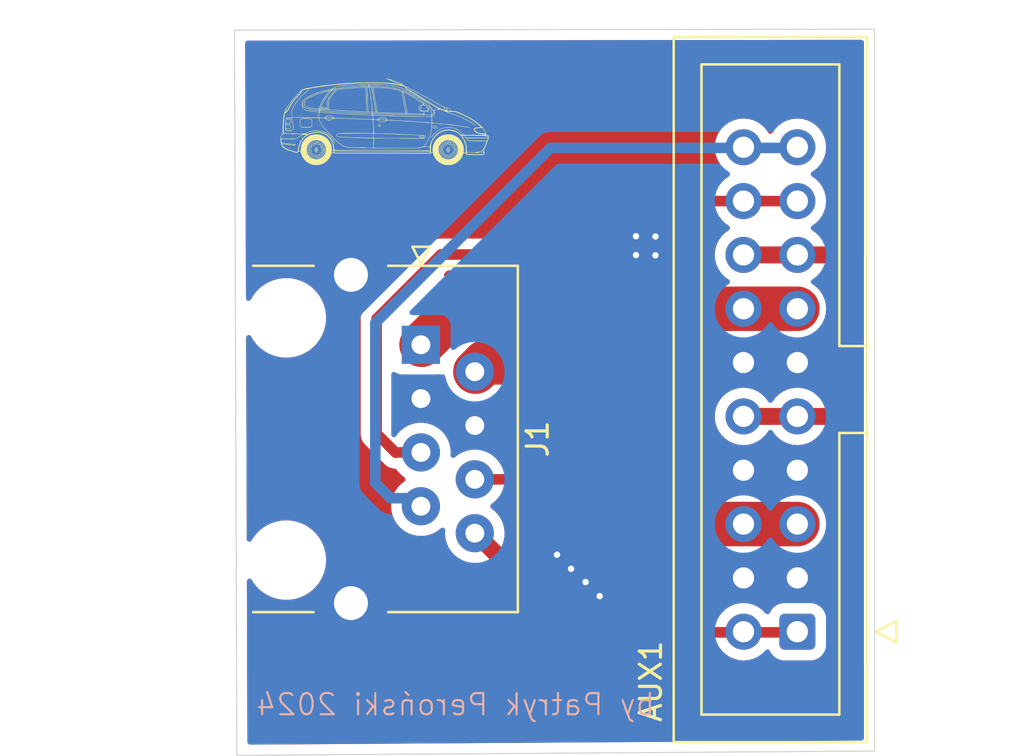
<source format=kicad_pcb>
(kicad_pcb (version 20240108) (generator "pcbnew") (generator_version "8.0")
  (layers (0 "F.Cu" signal) (31 "B.Cu" signal) (34 "B.Paste" user) (35 "F.Paste" user) (36 "B.SilkS" user "B.Silkscreen") (37 "F.SilkS" user "F.Silkscreen") (38 "B.Mask" user) (39 "F.Mask" user) (44 "Edge.Cuts" user))
  (net 0 "")
  (net 1 "GND")
  (net 2 "CAN_L")
  (net 3 "SPLIT")
  (net 4 "RST")
  (net 5 "EN")
  (net 6 "N_ERR")
  (net 7 "CAN_H")
  (footprint "Graphics:scenic" (layer "F.Cu") (at 75.49 69.88)
    (property "Reference" "G***" (hide yes))
    (property "Value" "LOGO" (hide yes))
  )
  (footprint "Connector_IDC:IDC-Header_2x10_P2.54mm_Vertical" (layer "F.Cu") (at 94.99 93.93 180)
    (property "Reference" "AUX1" (at 6.91 -2.34 90) (layer "F.SilkS"))
    (property "Value" "Conn_02x10_Counter_Clockwise")
    (pad "1" thru_hole roundrect (at 0 0 180) (size 1.7 1.7) (drill 1) (layers "*.Cu" "*.Mask") (roundrect_rratio 0.147059) (net 6 "N_ERR"))
    (pad "2" thru_hole circle (at 2.54 0 180) (size 1.7 1.7) (drill 1) (layers "*.Cu" "*.Mask") (net 6 "N_ERR"))
    (pad "3" thru_hole circle (at 0 2.54 180) (size 1.7 1.7) (drill 1) (layers "*.Cu" "*.Mask") (net 1 "GND"))
    (pad "4" thru_hole circle (at 2.54 2.54 180) (size 1.7 1.7) (drill 1) (layers "*.Cu" "*.Mask") (net 1 "GND"))
    (pad "5" thru_hole circle (at 0.000001 5.080001 180) (size 1.7 1.7) (drill 1) (layers "*.Cu" "*.Mask") (net 7 "CAN_H"))
    (pad "6" thru_hole circle (at 2.540001 5.080001 180) (size 1.7 1.7) (drill 1) (layers "*.Cu" "*.Mask") (net 7 "CAN_H"))
    (pad "7" thru_hole circle (at 0 7.62 180) (size 1.7 1.7) (drill 1) (layers "*.Cu" "*.Mask") (net 1 "GND"))
    (pad "8" thru_hole circle (at 2.540001 7.620001 180) (size 1.7 1.7) (drill 1) (layers "*.Cu" "*.Mask") (net 1 "GND"))
    (pad "9" thru_hole circle (at 0 10.16 180) (size 1.7 1.7) (drill 1) (layers "*.Cu" "*.Mask") (net 3 "SPLIT"))
    (pad "10" thru_hole circle (at 2.540001 10.160001 180) (size 1.7 1.7) (drill 1) (layers "*.Cu" "*.Mask") (net 3 "SPLIT"))
    (pad "11" thru_hole circle (at 0 12.7 180) (size 1.7 1.7) (drill 1) (layers "*.Cu" "*.Mask") (net 1 "GND"))
    (pad "12" thru_hole circle (at 2.540001 12.700002 180) (size 1.7 1.7) (drill 1) (layers "*.Cu" "*.Mask") (net 1 "GND"))
    (pad "13" thru_hole circle (at 0.000001 15.240002 180) (size 1.7 1.7) (drill 1) (layers "*.Cu" "*.Mask") (net 2 "CAN_L"))
    (pad "14" thru_hole circle (at 2.54 15.24 180) (size 1.7 1.7) (drill 1) (layers "*.Cu" "*.Mask") (net 2 "CAN_L"))
    (pad "15" thru_hole circle (at -0.000001 17.78 180) (size 1.7 1.7) (drill 1) (layers "*.Cu" "*.Mask") (net 3 "SPLIT"))
    (pad "16" thru_hole circle (at 2.540001 17.779999 180) (size 1.7 1.7) (drill 1) (layers "*.Cu" "*.Mask") (net 3 "SPLIT"))
    (pad "17" thru_hole circle (at -0.000001 20.319999 180) (size 1.7 1.7) (drill 1) (layers "*.Cu" "*.Mask") (net 5 "EN"))
    (pad "18" thru_hole circle (at 2.539998 20.320001 180) (size 1.7 1.7) (drill 1) (layers "*.Cu" "*.Mask") (net 5 "EN"))
    (pad "19" thru_hole circle (at 0 22.86 180) (size 1.7 1.7) (drill 1) (layers "*.Cu" "*.Mask") (net 4 "RST"))
    (pad "20" thru_hole circle (at 2.539998 22.86 180) (size 1.7 1.7) (drill 1) (layers "*.Cu" "*.Mask") (net 4 "RST"))
  )
  (footprint "Connector_RJ:RJ45_HALO_HFJ11-x2450HRL_Horizontal" (layer "F.Cu") (at 77.24 80.39 -90)
    (property "Reference" "J1" (at 4.445002 -5.5 90) (layer "F.SilkS"))
    (property "Value" "RJ45_Shielded")
    (pad "" np_thru_hole circle (at -1.270001 6.35 270) (size 3.25 3.25) (drill 3.25) (layers "*.Cu" "*.Mask"))
    (pad "" np_thru_hole circle (at 10.16 6.35 270) (size 3.25 3.25) (drill 3.25) (layers "*.Cu" "*.Mask"))
    (pad "1" thru_hole rect (at 0 0 270) (size 1.8 1.8) (drill 0.89) (layers "*.Cu" "*.Mask") (net 2 "CAN_L"))
    (pad "2" thru_hole circle (at 1.27 -2.54 270) (size 1.8 1.8) (drill 0.89) (layers "*.Cu" "*.Mask") (net 7 "CAN_H"))
    (pad "3" thru_hole circle (at 2.54 0 270) (size 1.8 1.8) (drill 0.89) (layers "*.Cu" "*.Mask") (net 1 "GND"))
    (pad "4" thru_hole circle (at 3.810001 -2.54 270) (size 1.8 1.8) (drill 0.89) (layers "*.Cu" "*.Mask") (net 1 "GND"))
    (pad "5" thru_hole circle (at 5.080002 -0.000001 270) (size 1.8 1.8) (drill 0.89) (layers "*.Cu" "*.Mask") (net 5 "EN"))
    (pad "6" thru_hole circle (at 6.35 -2.54 270) (size 1.8 1.8) (drill 0.89) (layers "*.Cu" "*.Mask") (net 6 "N_ERR"))
    (pad "7" thru_hole circle (at 7.62 0 270) (size 1.8 1.8) (drill 0.89) (layers "*.Cu" "*.Mask") (net 4 "RST"))
    (pad "8" thru_hole circle (at 8.89 -2.540003 270) (size 1.8 1.8) (drill 0.89) (layers "*.Cu" "*.Mask") (net 3 "SPLIT"))
    (pad "SH" thru_hole circle (at -3.3 3.3 270) (size 3 3) (drill 1.6) (layers "*.Cu" "*.Mask") (net 1 "GND"))
    (pad "SH" thru_hole circle (at 12.190001 3.299999 270) (size 3 3) (drill 1.6) (layers "*.Cu" "*.Mask") (net 1 "GND"))
  )
  (gr_line (start 68.56 99.76) (end 68.45 65.54) (stroke (width 0.05)) (layer "Edge.Cuts"))
  (gr_line (start 98.63 65.5) (end 68.45 65.54) (stroke (width 0.05)) (layer "Edge.Cuts"))
  (gr_line (start 98.63 99.56) (end 98.63 65.5) (stroke (width 0.05)) (layer "Edge.Cuts"))
  (gr_line (start 98.63 99.56) (end 68.56 99.76) (stroke (width 0.05)) (layer "Edge.Cuts"))
  (gr_text "by Patryk Peroński 2024" (at 88.34 97.95 0) (layer "B.SilkS") (effects (font (size 1 1) (thickness 0.1)) (justify left bottom mirror)))
  (via (at 87.38 76.16) (size 0.6) (drill 0.3) (layers "F.Cu" "B.Cu") (net 1))
  (via (at 85.67 92.25) (size 0.6) (drill 0.3) (layers "F.Cu" "B.Cu") (net 1))
  (via (at 83.65532 90.295319) (size 0.6) (drill 0.3) (layers "F.Cu" "B.Cu") (net 1))
  (via (at 84.32 90.96) (size 0.6) (drill 0.3) (layers "F.Cu" "B.Cu") (net 1))
  (via (at 88.3 76.17) (size 0.6) (drill 0.3) (layers "F.Cu" "B.Cu") (net 1))
  (via (at 87.38 75.27) (size 0.6) (drill 0.3) (layers "F.Cu" "B.Cu") (net 1))
  (via (at 85.00532 91.585319) (size 0.6) (drill 0.3) (layers "F.Cu" "B.Cu") (net 1))
  (via (at 88.3 75.28) (size 0.6) (drill 0.3) (layers "F.Cu" "B.Cu") (net 1))
  (segment (start 78.970002 78.689998) (end 94.989999 78.689998) (width 2.1) (layer "F.Cu") (net 2))
  (segment (start 77.27 80.39) (end 78.970002 78.689998) (width 2.1) (layer "F.Cu") (net 2))
  (segment (start 79.810003 89.28) (end 86.930003 96.4) (width 0.8) (layer "F.Cu") (net 3))
  (segment (start 96.510001 76.150001) (end 92.449999 76.150001) (width 0.8) (layer "F.Cu") (net 3))
  (segment (start 95.7 96.4) (end 97.2 94.9) (width 0.8) (layer "F.Cu") (net 3))
  (segment (start 86.930003 96.4) (end 95.7 96.4) (width 0.8) (layer "F.Cu") (net 3))
  (segment (start 97.2 94.9) (end 97.2 83.95) (width 0.8) (layer "F.Cu") (net 3))
  (segment (start 97.2 83.95) (end 97.019999 83.769999) (width 0.8) (layer "F.Cu") (net 3))
  (segment (start 97.2 76.84) (end 96.510001 76.150001) (width 0.8) (layer "F.Cu") (net 3))
  (segment (start 97.019999 83.769999) (end 92.449999 83.769999) (width 0.8) (layer "F.Cu") (net 3))
  (segment (start 97.2 83.95) (end 97.2 76.84) (width 0.8) (layer "F.Cu") (net 3))
  (segment (start 75.09 86.91) (end 75.81 87.63) (width 0.5) (layer "B.Cu") (net 4))
  (segment (start 75.09 79.36) (end 75.09 86.91) (width 0.5) (layer "B.Cu") (net 4))
  (segment (start 75.81 87.63) (end 76.86 87.63) (width 0.5) (layer "B.Cu") (net 4))
  (segment (start 94.95 71.1) (end 83.35 71.1) (width 0.5) (layer "B.Cu") (net 4))
  (segment (start 83.35 71.1) (end 75.09 79.36) (width 0.5) (layer "B.Cu") (net 4))
  (segment (start 76.86 87.63) (end 77.24 88.01) (width 0.5) (layer "B.Cu") (net 4))
  (segment (start 84.12 76.13) (end 78.18 76.13) (width 0.5) (layer "F.Cu") (net 5))
  (segment (start 93.39 73.610001) (end 92.450004 73.610001) (width 0.5) (layer "F.Cu") (net 5))
  (segment (start 93.39 73.610001) (end 86.639999 73.610001) (width 0.5) (layer "F.Cu") (net 5))
  (segment (start 78.18 76.13) (end 75.15 79.16) (width 0.5) (layer "F.Cu") (net 5))
  (segment (start 92.450004 73.610001) (end 92.450002 73.609999) (width 0.2) (layer "F.Cu") (net 5))
  (segment (start 75.15 79.16) (end 75.15 84.58) (width 0.5) (layer "F.Cu") (net 5))
  (segment (start 86.639999 73.610001) (end 84.12 76.13) (width 0.5) (layer "F.Cu") (net 5))
  (segment (start 94.990001 73.610001) (end 93.39 73.610001) (width 0.5) (layer "F.Cu") (net 5))
  (segment (start 76.05 85.48) (end 76.059998 85.470002) (width 0.5) (layer "F.Cu") (net 5))
  (segment (start 76.059998 85.470002) (end 77.240001 85.470002) (width 0.5) (layer "F.Cu") (net 5))
  (segment (start 75.15 84.58) (end 76.05 85.48) (width 0.5) (layer "F.Cu") (net 5))
  (segment (start 90.04 93.96) (end 82.82 86.74) (width 0.5) (layer "F.Cu") (net 6))
  (segment (start 94.95 93.96) (end 90.04 93.96) (width 0.5) (layer "F.Cu") (net 6))
  (segment (start 82.82 86.74) (end 79.78 86.74) (width 0.5) (layer "F.Cu") (net 6))
  (segment (start 82.72 81.22) (end 90.349999 88.849999) (width 2.1) (layer "F.Cu") (net 7))
  (segment (start 90.349999 88.849999) (end 94.989999 88.849999) (width 2.1) (layer "F.Cu") (net 7))
  (segment (start 79.81 81.66) (end 80.25 81.22) (width 2.1) (layer "F.Cu") (net 7))
  (segment (start 80.25 81.22) (end 82.72 81.22) (width 2.1) (layer "F.Cu") (net 7))
  (zone (net 1) (net_name "GND") (layers "F&B.Cu") (connect_pads yes (clearance 0.5)) (min_thickness 0.25) (fill yes (thermal_gap 0.5) (thermal_bridge_width 0.5))
    (polygon (pts (xy 68.45 65.54) (xy 68.56 99.76) (xy 98.63 99.56) (xy 98.63 65.5)))
  )
)
</source>
